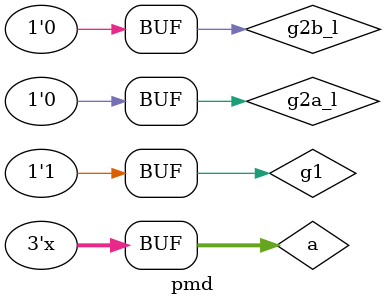
<source format=v>
`timescale 1ns / 1ps


module pmd( );
reg g1;
reg g2a_l;
reg g2b_l;
reg[2:0] a;
wire[7:0] y;
p138 v74x138(g1,g2a_l,g2b_l,a,y);
initial begin
a=0;
g1 = 1;
g2a_l = 0;
g2b_l = 0; 
end
always #100 a = a+ 1;
endmodule

</source>
